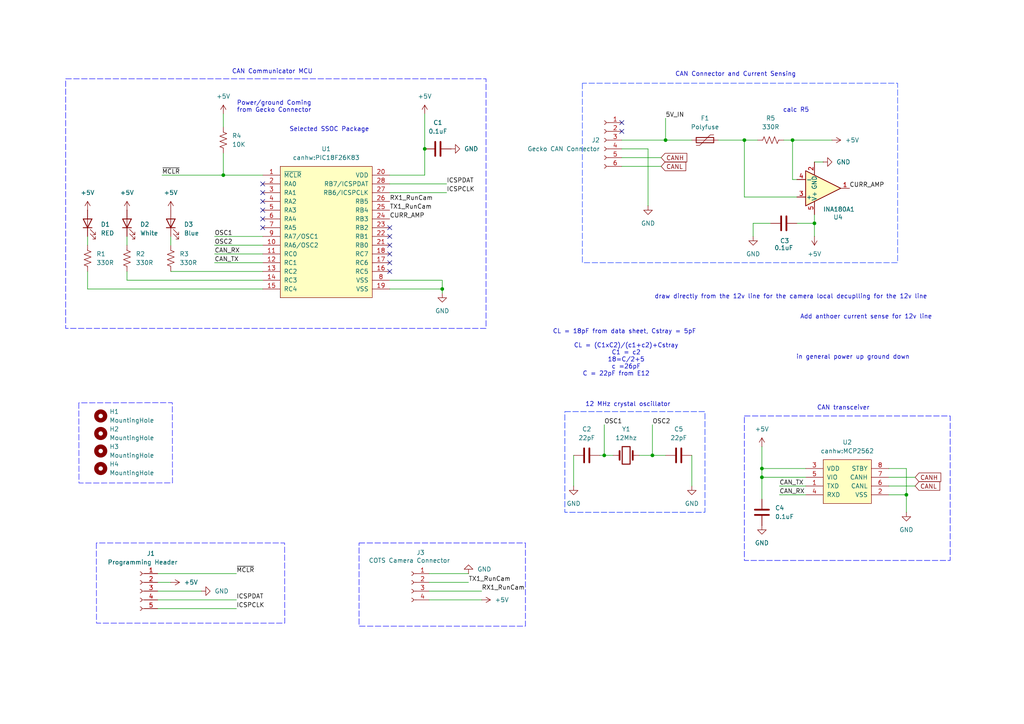
<source format=kicad_sch>
(kicad_sch (version 20250114) (generator "eeschema") (generator_version "9.0")
  (paper "A4")
  (lib_symbols
    (symbol "Amplifier_Current:INA180A1" (pin_names (offset 0.127))
      (property "Reference" "U" (at 3.81 3.81 0))
      (property "Value" "INA180A1" (at 3.81 -2.54 0))
      (symbol "INA180A1_0_1"
        (polyline (pts (xy 5.08 0) (xy -5.08 5.08) (xy -5.08 -5.08) (xy 5.08 0)) (stroke (width 0.254)) (fill (type background)))
      )
      (symbol "INA180A1_1_1"
        (pin input line (at -7.62 2.54 0) (length 2.54) (name "+") (number "3"))
        (pin input line (at -7.62 -2.54 0) (length 2.54) (name "-") (number "4"))
        (pin power_in line (at -2.54 7.62 270) (length 3.81) (name "V+") (number "5"))
        (pin power_in line (at -2.54 -7.62 90) (length 3.81) (name "GND") (number "2"))
        (pin output line (at 7.62 0 180) (length 2.54) (name "~") (number "1"))
      )
    )
    (symbol "Connector:Conn_01x06_Socket" (pin_names (offset 1.016) (hide yes))
      (property "Reference" "J" (at 0 7.62 0))
      (property "Value" "Conn_01x06_Socket" (at 0 -10.16 0))
      (symbol "Conn_01x06_Socket_1_1"
        (polyline (pts (xy -1.27 5.08) (xy -0.508 5.08)) (stroke (width 0.1524)))
        (polyline (pts (xy -1.27 2.54) (xy -0.508 2.54)) (stroke (width 0.1524)))
        (polyline (pts (xy -1.27 0) (xy -0.508 0)) (stroke (width 0.1524)))
        (polyline (pts (xy -1.27 -2.54) (xy -0.508 -2.54)) (stroke (width 0.1524)))
        (polyline (pts (xy -1.27 -5.08) (xy -0.508 -5.08)) (stroke (width 0.1524)))
        (polyline (pts (xy -1.27 -7.62) (xy -0.508 -7.62)) (stroke (width 0.1524)))
        (arc (start 0 4.572) (mid -0.5058 5.08) (end 0 5.588) (stroke (width 0.1524)))
        (arc (start 0 2.032) (mid -0.5058 2.54) (end 0 3.048) (stroke (width 0.1524)))
        (arc (start 0 -0.508) (mid -0.5058 0) (end 0 0.508) (stroke (width 0.1524)))
        (arc (start 0 -3.048) (mid -0.5058 -2.54) (end 0 -2.032) (stroke (width 0.1524)))
        (arc (start 0 -5.588) (mid -0.5058 -5.08) (end 0 -4.572) (stroke (width 0.1524)))
        (arc (start 0 -8.128) (mid -0.5058 -7.62) (end 0 -7.112) (stroke (width 0.1524)))
        (pin passive line (at -5.08 5.08 0) (length 3.81) (name "Pin_1") (number "1"))
        (pin passive line (at -5.08 2.54 0) (length 3.81) (name "Pin_2") (number "2"))
        (pin passive line (at -5.08 0 0) (length 3.81) (name "Pin_3") (number "3"))
        (pin passive line (at -5.08 -2.54 0) (length 3.81) (name "Pin_4") (number "4"))
        (pin passive line (at -5.08 -5.08 0) (length 3.81) (name "Pin_5") (number "5"))
        (pin passive line (at -5.08 -7.62 0) (length 3.81) (name "Pin_6") (number "6"))
      )
    )
    (symbol "Device:C" (pin_numbers (hide yes)) (pin_names (offset 0.254))
      (property "Reference" "C" (at 0.635 2.54 0))
      (property "Value" "C" (at 0.635 -2.54 0))
      (symbol "C_0_1"
        (polyline (pts (xy -2.032 0.762) (xy 2.032 0.762)) (stroke (width 0.508)))
        (polyline (pts (xy -2.032 -0.762) (xy 2.032 -0.762)) (stroke (width 0.508)))
      )
      (symbol "C_1_1"
        (pin passive line (at 0 3.81 270) (length 2.794) (name "~") (number "1"))
        (pin passive line (at 0 -3.81 90) (length 2.794) (name "~") (number "2"))
      )
    )
    (symbol "Device:LED" (pin_numbers (hide yes)) (pin_names (offset 1.016) (hide yes))
      (property "Reference" "D" (at 0 2.54 0))
      (property "Value" "LED" (at 0 -2.54 0))
      (symbol "LED_0_1"
        (polyline (pts (xy -3.048 -0.762) (xy -4.572 -2.286) (xy -3.81 -2.286) (xy -4.572 -2.286) (xy -4.572 -1.524)))
        (polyline (pts (xy -1.778 -0.762) (xy -3.302 -2.286) (xy -2.54 -2.286) (xy -3.302 -2.286) (xy -3.302 -1.524)))
        (polyline (pts (xy -1.27 0) (xy 1.27 0)))
        (polyline (pts (xy -1.27 -1.27) (xy -1.27 1.27)) (stroke (width 0.254)))
        (polyline (pts (xy 1.27 -1.27) (xy 1.27 1.27) (xy -1.27 0) (xy 1.27 -1.27)) (stroke (width 0.254)))
      )
      (symbol "LED_1_1"
        (pin passive line (at -3.81 0 0) (length 2.54) (name "K") (number "1"))
        (pin passive line (at 3.81 0 180) (length 2.54) (name "A") (number "2"))
      )
    )
    (symbol "Device:Polyfuse" (pin_numbers (hide yes)) (pin_names (offset 0))
      (property "Reference" "F" (at -2.54 0 90))
      (property "Value" "Polyfuse" (at 2.54 0 90))
      (symbol "Polyfuse_0_1"
        (polyline (pts (xy -1.524 2.54) (xy -1.524 1.524) (xy 1.524 -1.524) (xy 1.524 -2.54)))
        (rectangle (start -0.762 2.54) (end 0.762 -2.54) (stroke (width 0.254)))
        (polyline (pts (xy 0 2.54) (xy 0 -2.54)))
      )
      (symbol "Polyfuse_1_1"
        (pin passive line (at 0 3.81 270) (length 1.27) (name "~") (number "1"))
        (pin passive line (at 0 -3.81 90) (length 1.27) (name "~") (number "2"))
      )
    )
    (symbol "Device:R_US" (pin_numbers (hide yes)) (pin_names (offset 0))
      (property "Reference" "R" (at 2.54 0 90))
      (property "Value" "R_US" (at -2.54 0 90))
      (symbol "R_US_0_1"
        (polyline (pts (xy 0 2.286) (xy 0 2.54)))
        (polyline (pts (xy 0 2.286) (xy 1.016 1.905) (xy 0 1.524) (xy -1.016 1.143) (xy 0 0.762)))
        (polyline (pts (xy 0 0.762) (xy 1.016 0.381) (xy 0 0) (xy -1.016 -0.381) (xy 0 -0.762)))
        (polyline (pts (xy 0 -0.762) (xy 1.016 -1.143) (xy 0 -1.524) (xy -1.016 -1.905) (xy 0 -2.286)))
        (polyline (pts (xy 0 -2.286) (xy 0 -2.54)))
      )
      (symbol "R_US_1_1"
        (pin passive line (at 0 3.81 270) (length 1.27) (name "~") (number "1"))
        (pin passive line (at 0 -3.81 90) (length 1.27) (name "~") (number "2"))
      )
    )
    (symbol "Mechanical:MountingHole" (pin_names (offset 1.016)) (in_bom no)
      (property "Reference" "H" (at 0 5.08 0))
      (property "Value" "MountingHole" (at 0 3.175 0))
      (symbol "MountingHole_0_1"
        (circle (center 0 0) (radius 1.27) (stroke (width 1.27)))
      )
    )
    (symbol "picdev-rescue:Conn_01x04_Female-Connector" (pin_names (offset 1.016) (hide yes))
      (property "Reference" "J" (at 0 5.08 0))
      (property "Value" "Connector:Conn_01x04_Female" (at 0 -7.62 0))
      (symbol "Conn_01x04_Female-Connector_1_1"
        (polyline (pts (xy -1.27 2.54) (xy -0.508 2.54)) (stroke (width 0.1524)))
        (polyline (pts (xy -1.27 0) (xy -0.508 0)) (stroke (width 0.1524)))
        (polyline (pts (xy -1.27 -2.54) (xy -0.508 -2.54)) (stroke (width 0.1524)))
        (polyline (pts (xy -1.27 -5.08) (xy -0.508 -5.08)) (stroke (width 0.1524)))
        (arc (start 0 2.032) (mid -0.508 2.54) (end 0 3.048) (stroke (width 0.1524)))
        (arc (start 0 -0.508) (mid -0.508 0) (end 0 0.508) (stroke (width 0.1524)))
        (arc (start 0 -3.048) (mid -0.508 -2.54) (end 0 -2.032) (stroke (width 0.1524)))
        (arc (start 0 -5.588) (mid -0.508 -5.08) (end 0 -4.572) (stroke (width 0.1524)))
        (pin passive line (at -5.08 2.54 0) (length 3.81) (name "Pin_1") (number "1"))
        (pin passive line (at -5.08 0 0) (length 3.81) (name "Pin_2") (number "2"))
        (pin passive line (at -5.08 -2.54 0) (length 3.81) (name "Pin_3") (number "3"))
        (pin passive line (at -5.08 -5.08 0) (length 3.81) (name "Pin_4") (number "4"))
      )
    )
    (symbol "picdev-rescue:Conn_01x05_Female-Connector" (pin_names (offset 1.016) (hide yes))
      (property "Reference" "J" (at 0 7.62 0))
      (property "Value" "Connector:Conn_01x05_Female" (at 0 -7.62 0))
      (symbol "Conn_01x05_Female-Connector_1_1"
        (polyline (pts (xy -1.27 5.08) (xy -0.508 5.08)) (stroke (width 0.1524)))
        (polyline (pts (xy -1.27 2.54) (xy -0.508 2.54)) (stroke (width 0.1524)))
        (polyline (pts (xy -1.27 0) (xy -0.508 0)) (stroke (width 0.1524)))
        (polyline (pts (xy -1.27 -2.54) (xy -0.508 -2.54)) (stroke (width 0.1524)))
        (polyline (pts (xy -1.27 -5.08) (xy -0.508 -5.08)) (stroke (width 0.1524)))
        (arc (start 0 4.572) (mid -0.508 5.08) (end 0 5.588) (stroke (width 0.1524)))
        (arc (start 0 2.032) (mid -0.508 2.54) (end 0 3.048) (stroke (width 0.1524)))
        (arc (start 0 -0.508) (mid -0.508 0) (end 0 0.508) (stroke (width 0.1524)))
        (arc (start 0 -3.048) (mid -0.508 -2.54) (end 0 -2.032) (stroke (width 0.1524)))
        (arc (start 0 -5.588) (mid -0.508 -5.08) (end 0 -4.572) (stroke (width 0.1524)))
        (pin passive line (at -5.08 5.08 0) (length 3.81) (name "Pin_1") (number "1"))
        (pin passive line (at -5.08 2.54 0) (length 3.81) (name "Pin_2") (number "2"))
        (pin passive line (at -5.08 0 0) (length 3.81) (name "Pin_3") (number "3"))
        (pin passive line (at -5.08 -2.54 0) (length 3.81) (name "Pin_4") (number "4"))
        (pin passive line (at -5.08 -5.08 0) (length 3.81) (name "Pin_5") (number "5"))
      )
    )
    (symbol "picdev-rescue:Crystal-device" (pin_numbers (hide yes)) (pin_names (offset 1.016) (hide yes))
      (property "Reference" "Y" (at 0 3.81 0))
      (property "Value" "device:Crystal" (at 0 -3.81 0))
      (symbol "Crystal-device_0_1"
        (polyline (pts (xy -2.54 0) (xy -1.905 0)))
        (polyline (pts (xy -1.905 -1.27) (xy -1.905 1.27)) (stroke (width 0.508)))
        (rectangle (start -1.143 2.54) (end 1.143 -2.54) (stroke (width 0.3048)))
        (polyline (pts (xy 1.905 -1.27) (xy 1.905 1.27)) (stroke (width 0.508)))
        (polyline (pts (xy 2.54 0) (xy 1.905 0)))
      )
      (symbol "Crystal-device_1_1"
        (pin passive line (at -3.81 0 0) (length 1.27) (name "1") (number "1"))
        (pin passive line (at 3.81 0 180) (length 1.27) (name "2") (number "2"))
      )
    )
    (symbol "picdev-rescue:MCP2562-canhw" (pin_names (offset 1.016))
      (property "Reference" "U" (at 5.08 3.81 0))
      (property "Value" "canhw:MCP2562" (at -3.81 3.81 0))
      (symbol "MCP2562-canhw_0_1"
        (rectangle (start -7.62 2.54) (end 6.35 -10.16) (fill (type background)))
      )
      (symbol "MCP2562-canhw_1_1"
        (pin power_in line (at -12.7 0 0) (length 5.08) (name "VDD") (number "3"))
        (pin bidirectional line (at -12.7 -2.54 0) (length 5.08) (name "VIO") (number "5"))
        (pin bidirectional line (at -12.7 -5.08 0) (length 5.08) (name "TXD") (number "1"))
        (pin bidirectional line (at -12.7 -7.62 0) (length 5.08) (name "RXD") (number "4"))
        (pin bidirectional line (at 11.43 0 180) (length 5.08) (name "STBY") (number "8"))
        (pin bidirectional line (at 11.43 -2.54 180) (length 5.08) (name "CANH") (number "7"))
        (pin bidirectional line (at 11.43 -5.08 180) (length 5.08) (name "CANL") (number "6"))
        (pin power_in line (at 11.43 -7.62 180) (length 5.08) (name "VSS") (number "2"))
      )
    )
    (symbol "picdev-rescue:PIC18F26K83-canhw" (pin_names (offset 1.016))
      (property "Reference" "U" (at 11.43 20.32 0))
      (property "Value" "canhw:PIC18F26K83" (at -7.62 20.32 0))
      (symbol "PIC18F26K83-canhw_0_1"
        (rectangle (start -13.97 19.05) (end 12.7 -19.05) (fill (type background)))
      )
      (symbol "PIC18F26K83-canhw_1_1"
        (pin input line (at -19.05 16.51 0) (length 5.08) (name "~{MCLR}") (number "1"))
        (pin bidirectional line (at -19.05 13.97 0) (length 5.08) (name "RA0") (number "2"))
        (pin bidirectional line (at -19.05 11.43 0) (length 5.08) (name "RA1") (number "3"))
        (pin bidirectional line (at -19.05 8.89 0) (length 5.08) (name "RA2") (number "4"))
        (pin bidirectional line (at -19.05 6.35 0) (length 5.08) (name "RA3") (number "5"))
        (pin bidirectional line (at -19.05 3.81 0) (length 5.08) (name "RA4") (number "6"))
        (pin bidirectional line (at -19.05 1.27 0) (length 5.08) (name "RA5") (number "7"))
        (pin bidirectional line (at -19.05 -1.27 0) (length 5.08) (name "RA7/OSC1") (number "9"))
        (pin bidirectional line (at -19.05 -3.81 0) (length 5.08) (name "RA6/OSC2") (number "10"))
        (pin bidirectional line (at -19.05 -6.35 0) (length 5.08) (name "RC0") (number "11"))
        (pin bidirectional line (at -19.05 -8.89 0) (length 5.08) (name "RC1") (number "12"))
        (pin bidirectional line (at -19.05 -11.43 0) (length 5.08) (name "RC2") (number "13"))
        (pin bidirectional line (at -19.05 -13.97 0) (length 5.08) (name "RC3") (number "14"))
        (pin bidirectional line (at -19.05 -16.51 0) (length 5.08) (name "RC4") (number "15"))
        (pin power_in line (at 17.78 16.51 180) (length 5.08) (name "VDD") (number "20"))
        (pin bidirectional line (at 17.78 13.97 180) (length 5.08) (name "RB7/ICSPDAT") (number "28"))
        (pin bidirectional line (at 17.78 11.43 180) (length 5.08) (name "RB6/ICSPCLK") (number "27"))
        (pin bidirectional line (at 17.78 8.89 180) (length 5.08) (name "RB5") (number "26"))
        (pin bidirectional line (at 17.78 6.35 180) (length 5.08) (name "RB4") (number "25"))
        (pin bidirectional line (at 17.78 3.81 180) (length 5.08) (name "RB3") (number "24"))
        (pin bidirectional line (at 17.78 1.27 180) (length 5.08) (name "RB2") (number "23"))
        (pin bidirectional line (at 17.78 -1.27 180) (length 5.08) (name "RB1") (number "22"))
        (pin bidirectional line (at 17.78 -3.81 180) (length 5.08) (name "RB0") (number "21"))
        (pin bidirectional line (at 17.78 -6.35 180) (length 5.08) (name "RC7") (number "18"))
        (pin bidirectional line (at 17.78 -8.89 180) (length 5.08) (name "RC6") (number "17"))
        (pin bidirectional line (at 17.78 -11.43 180) (length 5.08) (name "RC5") (number "16"))
        (pin power_in line (at 17.78 -13.97 180) (length 5.08) (name "VSS") (number "8"))
        (pin power_in line (at 17.78 -16.51 180) (length 5.08) (name "VSS") (number "19"))
      )
    )
    (symbol "power:+5V" (power) (pin_numbers (hide yes)) (pin_names (offset 0) (hide yes))
      (property "Value" "+5V" (at 0 3.556 0))
      (symbol "+5V_0_1"
        (polyline (pts (xy -0.762 1.27) (xy 0 2.54)))
        (polyline (pts (xy 0 2.54) (xy 0.762 1.27)))
        (polyline (pts (xy 0 0) (xy 0 2.54)))
      )
      (symbol "+5V_1_1"
        (pin power_in line (at 0 0 90) (length 0) (name "~") (number "1"))
      )
    )
    (symbol "power:GND" (power) (pin_numbers (hide yes)) (pin_names (offset 0) (hide yes))
      (property "Value" "GND" (at 0 -3.81 0))
      (symbol "GND_0_1"
        (polyline (pts (xy 0 0) (xy 0 -1.27) (xy 1.27 -1.27) (xy 0 -2.54) (xy -1.27 -1.27) (xy 0 -1.27)))
      )
      (symbol "GND_1_1"
        (pin power_in line (at 0 0 270) (length 0) (name "~") (number "1"))
      )
    )
  )
  (text "Power/ground Coming\nfrom Gecko Connector" (at 79.502 30.988 0) (effects (font (size 1.27 1.27))))
  (text "draw directly from the 12v line for the camera local decuplling for the 12v line " (at 229.87 86.106 0) (effects (font (size 1.27 1.27))))
  (text "CAN Connector and Current Sensing" (at 213.36 21.59 0) (effects (font (size 1.27 1.27))))
  (text "CAN Communicator MCU" (at 78.994 20.828 0) (effects (font (size 1.27 1.27))))
  (text "calc R5" (at 230.886 32.004 0) (effects (font (size 1.27 1.27))))
  (text "Add anthoer current sense for 12v line" (at 251.206 91.948 0) (effects (font (size 1.27 1.27))))
  (text "Selected SSOC Package" (at 95.504 37.592 0) (effects (font (size 1.27 1.27))))
  (text "12 MHz crystal oscillator" (at 182.118 117.348 0) (effects (font (size 1.27 1.27))))
  (text "CL = 18pF from data sheet, Cstray = 5pF \n\nCL = (C1xC2)/(c1+c2)+Cstray\nC1 = c2\n18=C​/2+5\nc =26pF\nC = 22pF from E12​	" (at 181.61 102.362 0) (effects (font (size 1.27 1.27))))
  (text "in general power up ground down" (at 247.396 103.632 0) (effects (font (size 1.27 1.27))))
  (text "CAN transceiver\n" (at 244.602 118.364 0) (effects (font (size 1.27 1.27))))
  (junction (at 220.98 138.43))
  (junction (at 193.04 40.64))
  (junction (at 262.89 143.51))
  (junction (at 229.87 40.64))
  (junction (at 215.9 40.64))
  (junction (at 64.77 50.8))
  (junction (at 236.22 64.77))
  (junction (at 189.23 132.08))
  (junction (at 123.19 43.18))
  (junction (at 220.98 135.89))
  (junction (at 175.26 132.08))
  (junction (at 128.27 83.82))
  (no_connect (at 76.2 66.04))
  (no_connect (at 76.2 55.88))
  (no_connect (at 180.34 38.1))
  (no_connect (at 113.03 68.58))
  (no_connect (at 76.2 58.42))
  (no_connect (at 113.03 73.66))
  (no_connect (at 113.03 66.04))
  (no_connect (at 76.2 63.5))
  (no_connect (at 76.2 60.96))
  (no_connect (at 76.2 53.34))
  (no_connect (at 180.34 35.56))
  (no_connect (at 113.03 76.2))
  (no_connect (at 113.03 78.74))
  (no_connect (at 113.03 71.12))
  (wire (pts (xy 180.34 40.64) (xy 193.04 40.64)))
  (wire (pts (xy 236.22 64.77) (xy 231.14 64.77)))
  (wire (pts (xy 257.81 140.97) (xy 265.43 140.97)))
  (wire (pts (xy 173.99 132.08) (xy 175.26 132.08)))
  (wire (pts (xy 218.44 64.77) (xy 218.44 68.58)))
  (wire (pts (xy 220.98 138.43) (xy 220.98 144.78)))
  (wire (pts (xy 113.03 50.8) (xy 123.19 50.8)))
  (wire (pts (xy 68.58 176.53) (xy 45.72 176.53)))
  (wire (pts (xy 220.98 129.54) (xy 220.98 135.89)))
  (wire (pts (xy 25.4 68.58) (xy 25.4 71.12)))
  (wire (pts (xy 36.83 68.58) (xy 36.83 71.12)))
  (wire (pts (xy 236.22 62.23) (xy 236.22 64.77)))
  (wire (pts (xy 226.06 140.97) (xy 233.68 140.97)))
  (wire (pts (xy 62.23 76.2) (xy 76.2 76.2)))
  (wire (pts (xy 46.99 50.8) (xy 64.77 50.8)))
  (wire (pts (xy 262.89 143.51) (xy 257.81 143.51)))
  (wire (pts (xy 180.34 45.72) (xy 191.77 45.72)))
  (wire (pts (xy 175.26 132.08) (xy 177.8 132.08)))
  (wire (pts (xy 229.87 40.64) (xy 229.87 52.07)))
  (wire (pts (xy 189.23 132.08) (xy 193.04 132.08)))
  (wire (pts (xy 128.27 81.28) (xy 128.27 83.82)))
  (wire (pts (xy 257.81 138.43) (xy 265.43 138.43)))
  (wire (pts (xy 229.87 52.07) (xy 231.14 52.07)))
  (wire (pts (xy 215.9 40.64) (xy 219.71 40.64)))
  (wire (pts (xy 124.46 168.91) (xy 135.89 168.91)))
  (wire (pts (xy 238.76 46.99) (xy 236.22 46.99)))
  (wire (pts (xy 64.77 36.83) (xy 64.77 33.02)))
  (wire (pts (xy 257.81 135.89) (xy 262.89 135.89)))
  (wire (pts (xy 124.46 171.45) (xy 139.7 171.45)))
  (wire (pts (xy 36.83 78.74) (xy 36.83 81.28)))
  (wire (pts (xy 226.06 143.51) (xy 233.68 143.51)))
  (wire (pts (xy 49.53 78.74) (xy 76.2 78.74)))
  (wire (pts (xy 123.19 33.02) (xy 123.19 43.18)))
  (wire (pts (xy 185.42 132.08) (xy 189.23 132.08)))
  (wire (pts (xy 180.34 43.18) (xy 187.96 43.18)))
  (wire (pts (xy 220.98 135.89) (xy 233.68 135.89)))
  (wire (pts (xy 49.53 68.58) (xy 49.53 71.12)))
  (wire (pts (xy 62.23 68.58) (xy 76.2 68.58)))
  (wire (pts (xy 227.33 40.64) (xy 229.87 40.64)))
  (wire (pts (xy 180.34 48.26) (xy 191.77 48.26)))
  (wire (pts (xy 124.46 166.37) (xy 135.89 166.37)))
  (wire (pts (xy 187.96 43.18) (xy 187.96 59.69)))
  (wire (pts (xy 113.03 81.28) (xy 128.27 81.28)))
  (wire (pts (xy 208.28 40.64) (xy 215.9 40.64)))
  (wire (pts (xy 223.52 64.77) (xy 218.44 64.77)))
  (wire (pts (xy 220.98 135.89) (xy 220.98 138.43)))
  (wire (pts (xy 45.72 168.91) (xy 49.53 168.91)))
  (wire (pts (xy 45.72 171.45) (xy 58.42 171.45)))
  (wire (pts (xy 128.27 83.82) (xy 128.27 85.09)))
  (wire (pts (xy 262.89 135.89) (xy 262.89 143.51)))
  (wire (pts (xy 113.03 53.34) (xy 129.54 53.34)))
  (wire (pts (xy 215.9 40.64) (xy 215.9 57.15)))
  (wire (pts (xy 200.66 132.08) (xy 200.66 140.97)))
  (wire (pts (xy 45.72 166.37) (xy 68.58 166.37)))
  (wire (pts (xy 64.77 50.8) (xy 76.2 50.8)))
  (wire (pts (xy 236.22 64.77) (xy 236.22 68.58)))
  (wire (pts (xy 123.19 43.18) (xy 123.19 50.8)))
  (wire (pts (xy 62.23 73.66) (xy 76.2 73.66)))
  (wire (pts (xy 62.23 71.12) (xy 76.2 71.12)))
  (wire (pts (xy 124.46 173.99) (xy 139.7 173.99)))
  (wire (pts (xy 193.04 40.64) (xy 200.66 40.64)))
  (wire (pts (xy 262.89 143.51) (xy 262.89 148.59)))
  (wire (pts (xy 175.26 123.19) (xy 175.26 132.08)))
  (wire (pts (xy 113.03 83.82) (xy 128.27 83.82)))
  (wire (pts (xy 25.4 78.74) (xy 25.4 83.82)))
  (wire (pts (xy 220.98 138.43) (xy 233.68 138.43)))
  (wire (pts (xy 229.87 40.64) (xy 241.3 40.64)))
  (wire (pts (xy 215.9 57.15) (xy 231.14 57.15)))
  (wire (pts (xy 36.83 81.28) (xy 76.2 81.28)))
  (wire (pts (xy 189.23 123.19) (xy 189.23 132.08)))
  (wire (pts (xy 193.04 34.29) (xy 193.04 40.64)))
  (wire (pts (xy 113.03 55.88) (xy 129.54 55.88)))
  (wire (pts (xy 45.72 173.99) (xy 68.58 173.99)))
  (wire (pts (xy 166.37 132.08) (xy 166.37 140.97)))
  (wire (pts (xy 25.4 83.82) (xy 76.2 83.82)))
  (wire (pts (xy 64.77 44.45) (xy 64.77 50.8)))
  (label "RX1_RunCam" (at 139.7 171.45 0))
  (label "OSC1" (at 62.23 68.58 0))
  (label "OSC2" (at 189.23 123.19 0))
  (label "5V_IN" (at 193.04 34.29 0))
  (label "OSC1" (at 175.26 123.19 0))
  (label "ICSPCLK" (at 129.54 55.88 0))
  (label "CAN_RX" (at 62.23 73.66 0))
  (label "~{MCLR}" (at 46.99 50.8 0))
  (label "CAN_TX" (at 62.23 76.2 0))
  (label "ICSPDAT" (at 68.58 173.99 0))
  (label "CURR_AMP" (at 246.38 54.61 0))
  (label "TX1_RunCam" (at 113.03 60.96 0))
  (label "TX1_RunCam" (at 135.89 168.91 0))
  (label "~{MCLR}" (at 68.58 166.37 0))
  (label "RX1_RunCam" (at 113.03 58.42 0))
  (label "CAN_RX" (at 226.06 143.51 0))
  (label "CURR_AMP" (at 113.03 63.5 0))
  (label "OSC2" (at 62.23 71.12 0))
  (label "CAN_TX" (at 226.06 140.97 0))
  (label "ICSPCLK" (at 68.58 176.53 0))
  (label "ICSPDAT" (at 129.54 53.34 0))
  (global_label "CANH" (shape input) (at 265.43 138.43 0) (property "Intersheetrefs" "${INTERSHEET_REFS}" (effects (hide yes))))
  (global_label "CANH" (shape input) (at 191.77 45.72 0) (property "Intersheetrefs" "${INTERSHEET_REFS}" (effects (hide yes))))
  (global_label "CANL" (shape input) (at 265.43 140.97 0) (property "Intersheetrefs" "${INTERSHEET_REFS}" (effects (hide yes))))
  (global_label "CANL" (shape input) (at 191.77 48.26 0) (property "Intersheetrefs" "${INTERSHEET_REFS}" (effects (hide yes))))
  (rule_area (polyline (pts (xy 168.91 24.13) (xy 168.91 76.2) (xy 260.35 76.2) (xy 260.35 24.13)) (stroke (width 0) (type dash) (color 27 62 255 1))))
  (rule_area (polyline (pts (xy 22.86 116.84) (xy 22.9062 140.0956) (xy 50.0281 140.0607) (xy 49.9819 118.0751) (xy 49.971 116.8021)) (stroke (width 0) (type dash) (color 27 21 255 1))))
  (rule_area (polyline (pts (xy 27.94 157.48) (xy 27.9862 180.7356) (xy 82.5962 180.7356) (xy 82.55 158.75) (xy 82.55 157.48)) (stroke (width 0) (type dash) (color 27 21 255 1))))
  (rule_area (polyline (pts (xy 163.83 119.38) (xy 204.47 119.38) (xy 204.47 148.59) (xy 163.83 148.59)) (stroke (width 0) (type dash) (color 2 38 255 1))))
  (rule_area (polyline (pts (xy 104.14 157.48) (xy 152.4 157.48) (xy 152.4 181.61) (xy 104.14 181.61)) (stroke (width 0) (type dash) (color 8 4 255 1))))
  (rule_area (polyline (pts (xy 215.9 120.65) (xy 275.59 120.65) (xy 275.59 162.56) (xy 215.9 162.56)) (stroke (width 0) (type dash) (color 0 2 255 1))))
  (rule_area (polyline (pts (xy 19.05 22.86) (xy 140.97 22.86) (xy 140.97 95.25) (xy 19.05 95.25)) (stroke (width 0) (type dash) (color 10 6 255 1))))
  (symbol (lib_id "picdev-rescue:Conn_01x04_Female-Connector") (at 119.38 168.91 0) (mirror y) (unit 1)
    (property "Reference" "J3" (at 123.19 160.274 0) (effects (justify left)))
    (property "Value" "COTS Camera Connector" (at 130.556 162.56 0) (effects (justify left)))
    (property "Footprint" "Connector_JST:JST_GH_BM04B-GHS-TBT_1x04-1MP_P1.25mm_Vertical" (effects (hide yes)))
  )
  (symbol (lib_id "power:+5V") (at 49.53 60.96 0) (unit 1)
    (property "Reference" "#PWR04" (effects (hide yes)))
    (property "Value" "+5V" (at 49.53 55.88 0))
    (property "Description" "Power symbol creates a global label with name \"+5V\"" (effects (hide yes)))
  )
  (symbol (lib_id "picdev-rescue:Crystal-device") (at 181.61 132.08 0) (unit 1)
    (property "Reference" "Y1" (at 181.61 124.46 0))
    (property "Value" "12Mhz" (at 181.61 127 0))
    (property "Footprint" "Crystal:Crystal_SMD_3215-2Pin_3.2x1.5mm" (effects (hide yes)))
  )
  (symbol (lib_id "Device:LED") (at 25.4 64.77 90) (unit 1)
    (property "Reference" "D1" (at 29.21 65.0874 90) (effects (justify right)))
    (property "Value" "RED" (at 29.21 67.6274 90) (effects (justify right)))
    (property "Footprint" "LED_SMD:LED_1206_3216Metric_Pad1.42x1.75mm_HandSolder" (effects (hide yes)))
    (property "Description" "Light emitting diode" (effects (hide yes)))
    (property "Sim.Pins" "1=K 2=A" (effects (hide yes)))
  )
  (symbol (lib_id "power:+5V") (at 220.98 129.54 0) (unit 1)
    (property "Reference" "#PWR08" (effects (hide yes)))
    (property "Value" "+5V" (at 220.98 124.46 0))
    (property "Description" "Power symbol creates a global label with name \"+5V\"" (effects (hide yes)))
  )
  (symbol (lib_id "power:GND") (at 262.89 148.59 0) (unit 1)
    (property "Reference" "#PWR010" (effects (hide yes)))
    (property "Value" "GND" (at 262.89 153.67 0))
    (property "Description" "Power symbol creates a global label with name \"GND\" , ground" (effects (hide yes)))
  )
  (symbol (lib_id "power:+5V") (at 36.83 60.96 0) (unit 1)
    (property "Reference" "#PWR03" (effects (hide yes)))
    (property "Value" "+5V" (at 36.83 55.88 0))
    (property "Description" "Power symbol creates a global label with name \"+5V\"" (effects (hide yes)))
  )
  (symbol (lib_id "power:GND") (at 128.27 85.09 0) (unit 1)
    (property "Reference" "#PWR06" (effects (hide yes)))
    (property "Value" "GND" (at 128.27 90.17 0))
    (property "Description" "Power symbol creates a global label with name \"GND\" , ground" (effects (hide yes)))
  )
  (symbol (lib_id "Mechanical:MountingHole") (at 29.21 125.73 0) (unit 1) (in_bom no)
    (property "Reference" "H2" (at 31.75 124.4599 0) (effects (justify left)))
    (property "Value" "MountingHole" (at 31.75 126.9999 0) (effects (justify left)))
    (property "Footprint" "MountingHole:MountingHole_2.2mm_M2" (effects (hide yes)))
    (property "Description" "Mounting Hole without connection" (effects (hide yes)))
  )
  (symbol (lib_id "Device:R_US") (at 25.4 74.93 0) (unit 1)
    (property "Reference" "R1" (at 27.94 73.6599 0) (effects (justify left)))
    (property "Value" "330R" (at 27.94 76.1999 0) (effects (justify left)))
    (property "Footprint" "Resistor_SMD:R_0805_2012Metric_Pad1.20x1.40mm_HandSolder" (effects (hide yes)))
    (property "Description" "Resistor, US symbol" (effects (hide yes)))
  )
  (symbol (lib_id "picdev-rescue:MCP2562-canhw") (at 246.38 135.89 0) (unit 1)
    (property "Reference" "U2" (at 245.745 128.27 0))
    (property "Value" "canhw:MCP2562" (at 245.745 130.81 0))
    (property "Footprint" "Package_SO:SOIC-8_3.9x4.9mm_P1.27mm" (effects (hide yes)))
  )
  (symbol (lib_id "Device:R_US") (at 49.53 74.93 0) (unit 1)
    (property "Reference" "R3" (at 52.07 73.6599 0) (effects (justify left)))
    (property "Value" "330R" (at 52.07 76.1999 0) (effects (justify left)))
    (property "Footprint" "Resistor_SMD:R_0805_2012Metric_Pad1.20x1.40mm_HandSolder" (effects (hide yes)))
    (property "Description" "Resistor, US symbol" (effects (hide yes)))
  )
  (symbol (lib_id "power:+5V") (at 49.53 168.91 270) (unit 1)
    (property "Reference" "#PWR012" (effects (hide yes)))
    (property "Value" "+5V" (at 53.34 168.9099 90) (effects (justify left)))
    (property "Description" "Power symbol creates a global label with name \"+5V\"" (effects (hide yes)))
  )
  (symbol (lib_id "Device:LED") (at 49.53 64.77 90) (unit 1)
    (property "Reference" "D3" (at 53.34 65.0874 90) (effects (justify right)))
    (property "Value" "Blue" (at 53.34 67.6274 90) (effects (justify right)))
    (property "Footprint" "LED_SMD:LED_1206_3216Metric_Pad1.42x1.75mm_HandSolder" (effects (hide yes)))
    (property "Description" "Light emitting diode" (effects (hide yes)))
    (property "Sim.Pins" "1=K 2=A" (effects (hide yes)))
  )
  (symbol (lib_id "power:GND") (at 130.81 43.18 90) (unit 1)
    (property "Reference" "#PWR09" (effects (hide yes)))
    (property "Value" "GND" (at 134.62 43.1799 90) (effects (justify right)))
    (property "Description" "Power symbol creates a global label with name \"GND\" , ground" (effects (hide yes)))
  )
  (symbol (lib_id "picdev-rescue:PIC18F26K83-canhw") (at 95.25 67.31 0) (unit 1)
    (property "Reference" "U1" (at 94.615 43.18 0))
    (property "Value" "canhw:PIC18F26K83" (at 94.615 45.72 0))
    (property "Footprint" "Package_SO:SSOP-28_5.3x10.2mm_P0.65mm" (effects (hide yes)))
  )
  (symbol (lib_id "power:+5V") (at 241.3 40.64 270) (unit 1)
    (property "Reference" "#PWR014" (effects (hide yes)))
    (property "Value" "+5V" (at 245.11 40.6399 90) (effects (justify left)))
    (property "Description" "Power symbol creates a global label with name \"+5V\"" (effects (hide yes)))
  )
  (symbol (lib_id "power:+5V") (at 139.7 173.99 270) (unit 1)
    (property "Reference" "#PWR020" (effects (hide yes)))
    (property "Value" "+5V" (at 143.51 173.9899 90) (effects (justify left)))
    (property "Description" "Power symbol creates a global label with name \"+5V\"" (effects (hide yes)))
  )
  (symbol (lib_id "power:+5V") (at 25.4 60.96 0) (unit 1)
    (property "Reference" "#PWR02" (effects (hide yes)))
    (property "Value" "+5V" (at 25.4 55.88 0))
    (property "Description" "Power symbol creates a global label with name \"+5V\"" (effects (hide yes)))
  )
  (symbol (lib_id "picdev-rescue:Conn_01x05_Female-Connector") (at 40.64 171.45 0) (mirror y) (unit 1)
    (property "Reference" "J1" (at 44.958 160.528 0) (effects (justify left)))
    (property "Value" "Programming Header" (at 51.562 163.068 0) (effects (justify left)))
    (property "Footprint" "Connector_PinHeader_2.54mm:PinHeader_1x05_P2.54mm_Vertical" (effects (hide yes)))
  )
  (symbol (lib_id "Device:R_US") (at 223.52 40.64 270) (unit 1)
    (property "Reference" "R5" (at 223.52 34.29 90))
    (property "Value" "330R" (at 223.52 36.83 90))
    (property "Footprint" "Resistor_SMD:R_0805_2012Metric_Pad1.20x1.40mm_HandSolder" (effects (hide yes)))
    (property "Description" "Resistor, US symbol" (effects (hide yes)))
  )
  (symbol (lib_id "power:GND") (at 200.66 140.97 0) (unit 1)
    (property "Reference" "#PWR024" (effects (hide yes)))
    (property "Value" "GND" (at 200.66 146.05 0))
    (property "Description" "Power symbol creates a global label with name \"GND\" , ground" (effects (hide yes)))
  )
  (symbol (lib_id "Mechanical:MountingHole") (at 29.21 120.65 0) (unit 1) (in_bom no)
    (property "Reference" "H1" (at 31.75 119.3799 0) (effects (justify left)))
    (property "Value" "MountingHole" (at 31.75 121.9199 0) (effects (justify left)))
    (property "Footprint" "MountingHole:MountingHole_2.2mm_M2" (effects (hide yes)))
    (property "Description" "Mounting Hole without connection" (effects (hide yes)))
  )
  (symbol (lib_id "power:GND") (at 135.89 166.37 180) (unit 1)
    (property "Reference" "#PWR015" (effects (hide yes)))
    (property "Value" "GND" (at 138.43 165.0999 0) (effects (justify right)))
    (property "Description" "Power symbol creates a global label with name \"GND\" , ground" (effects (hide yes)))
  )
  (symbol (lib_id "Device:LED") (at 36.83 64.77 90) (unit 1)
    (property "Reference" "D2" (at 40.64 65.0874 90) (effects (justify right)))
    (property "Value" "White" (at 40.64 67.6274 90) (effects (justify right)))
    (property "Footprint" "LED_SMD:LED_1206_3216Metric_Pad1.42x1.75mm_HandSolder" (effects (hide yes)))
    (property "Description" "Light emitting diode" (effects (hide yes)))
    (property "Sim.Pins" "1=K 2=A" (effects (hide yes)))
  )
  (symbol (lib_id "power:+5V") (at 64.77 33.02 0) (unit 1)
    (property "Reference" "#PWR01" (effects (hide yes)))
    (property "Value" "+5V" (at 64.77 27.94 0))
    (property "Description" "Power symbol creates a global label with name \"+5V\"" (effects (hide yes)))
  )
  (symbol (lib_id "Device:R_US") (at 64.77 40.64 0) (unit 1)
    (property "Reference" "R4" (at 67.31 39.3699 0) (effects (justify left)))
    (property "Value" "10K" (at 67.31 41.9099 0) (effects (justify left)))
    (property "Footprint" "Resistor_SMD:R_0805_2012Metric_Pad1.20x1.40mm_HandSolder" (effects (hide yes)))
    (property "Description" "Resistor, US symbol" (effects (hide yes)))
  )
  (symbol (lib_id "Device:C") (at 196.85 132.08 270) (unit 1)
    (property "Reference" "C5" (at 196.85 124.46 90))
    (property "Value" "22pF" (at 196.85 127 90))
    (property "Footprint" "Capacitor_SMD:C_0805_2012Metric_Pad1.18x1.45mm_HandSolder" (effects (hide yes)))
    (property "Description" "Unpolarized capacitor" (effects (hide yes)))
  )
  (symbol (lib_id "Device:C") (at 227.33 64.77 270) (unit 1)
    (property "Reference" "C3" (at 227.584 69.85 90))
    (property "Value" "0.1uF" (at 227.33 71.882 90))
    (property "Footprint" "Capacitor_SMD:C_0805_2012Metric_Pad1.18x1.45mm_HandSolder" (effects (hide yes)))
    (property "Description" "Unpolarized capacitor" (effects (hide yes)))
  )
  (symbol (lib_id "Mechanical:MountingHole") (at 29.21 130.81 0) (unit 1) (in_bom no)
    (property "Reference" "H3" (at 31.75 129.5399 0) (effects (justify left)))
    (property "Value" "MountingHole" (at 31.75 132.0799 0) (effects (justify left)))
    (property "Footprint" "MountingHole:MountingHole_2.2mm_M2" (effects (hide yes)))
    (property "Description" "Mounting Hole without connection" (effects (hide yes)))
  )
  (symbol (lib_id "power:GND") (at 166.37 140.97 0) (unit 1)
    (property "Reference" "#PWR023" (effects (hide yes)))
    (property "Value" "GND" (at 166.37 146.05 0))
    (property "Description" "Power symbol creates a global label with name \"GND\" , ground" (effects (hide yes)))
  )
  (symbol (lib_id "power:GND") (at 187.96 59.69 0) (unit 1)
    (property "Reference" "#PWR016" (effects (hide yes)))
    (property "Value" "GND" (at 187.96 64.77 0))
    (property "Description" "Power symbol creates a global label with name \"GND\" , ground" (effects (hide yes)))
  )
  (symbol (lib_id "power:GND") (at 58.42 171.45 90) (unit 1)
    (property "Reference" "#PWR011" (effects (hide yes)))
    (property "Value" "GND" (at 62.23 171.4499 90) (effects (justify right)))
    (property "Description" "Power symbol creates a global label with name \"GND\" , ground" (effects (hide yes)))
  )
  (symbol (lib_id "Mechanical:MountingHole") (at 29.21 135.89 0) (unit 1) (in_bom no)
    (property "Reference" "H4" (at 31.75 134.6199 0) (effects (justify left)))
    (property "Value" "MountingHole" (at 31.75 137.1599 0) (effects (justify left)))
    (property "Footprint" "MountingHole:MountingHole_2.2mm_M2" (effects (hide yes)))
    (property "Description" "Mounting Hole without connection" (effects (hide yes)))
  )
  (symbol (lib_id "Device:Polyfuse") (at 204.47 40.64 270) (unit 1)
    (property "Reference" "F1" (at 204.47 34.29 90))
    (property "Value" "Polyfuse" (at 204.47 36.83 90))
    (property "Footprint" "Fuse:Fuse_1206_3216Metric_Pad1.42x1.75mm_HandSolder" (effects (hide yes)))
    (property "Description" "Resettable fuse, polymeric positive temperature coefficient" (effects (hide yes)))
  )
  (symbol (lib_id "Device:C") (at 170.18 132.08 270) (unit 1)
    (property "Reference" "C2" (at 170.18 124.46 90))
    (property "Value" "22pF" (at 170.18 127 90))
    (property "Footprint" "Capacitor_SMD:C_0805_2012Metric_Pad1.18x1.45mm_HandSolder" (effects (hide yes)))
    (property "Description" "Unpolarized capacitor" (effects (hide yes)))
  )
  (symbol (lib_id "power:GND") (at 220.98 152.4 0) (unit 1)
    (property "Reference" "#PWR07" (effects (hide yes)))
    (property "Value" "GND" (at 220.98 157.48 0))
    (property "Description" "Power symbol creates a global label with name \"GND\" , ground" (effects (hide yes)))
  )
  (symbol (lib_id "Amplifier_Current:INA180A1") (at 238.76 54.61 0) (mirror x) (unit 1)
    (property "Reference" "U4" (at 243.078 62.992 0))
    (property "Value" "INA180A1" (at 243.332 60.706 0))
    (property "Footprint" "Package_TO_SOT_SMD:SOT-23-5" (effects (hide yes)))
    (property "Datasheet" "http://www.ti.com/lit/ds/symlink/ina180.pdf" (effects (hide yes)))
    (property "Description" "Current Sense Amplifier, 1 Circuit, Rail-to-Rail, 26V, Gain 20 V/V, SOT-23-5" (effects (hide yes)))
  )
  (symbol (lib_id "power:GND") (at 238.76 46.99 90) (unit 1)
    (property "Reference" "#PWR018" (effects (hide yes)))
    (property "Value" "GND" (at 242.57 46.9899 90) (effects (justify right)))
    (property "Description" "Power symbol creates a global label with name \"GND\" , ground" (effects (hide yes)))
  )
  (symbol (lib_id "power:+5V") (at 123.19 33.02 0) (unit 1)
    (property "Reference" "#PWR05" (effects (hide yes)))
    (property "Value" "+5V" (at 123.19 27.94 0))
    (property "Description" "Power symbol creates a global label with name \"+5V\"" (effects (hide yes)))
  )
  (symbol (lib_id "power:GND") (at 218.44 68.58 0) (unit 1)
    (property "Reference" "#PWR019" (effects (hide yes)))
    (property "Value" "GND" (at 218.44 73.66 0))
    (property "Description" "Power symbol creates a global label with name \"GND\" , ground" (effects (hide yes)))
  )
  (symbol (lib_id "Device:R_US") (at 36.83 74.93 0) (unit 1)
    (property "Reference" "R2" (at 39.37 73.6599 0) (effects (justify left)))
    (property "Value" "330R" (at 39.37 76.1999 0) (effects (justify left)))
    (property "Footprint" "Resistor_SMD:R_0805_2012Metric_Pad1.20x1.40mm_HandSolder" (effects (hide yes)))
    (property "Description" "Resistor, US symbol" (effects (hide yes)))
  )
  (symbol (lib_id "Device:C") (at 127 43.18 270) (unit 1)
    (property "Reference" "C1" (at 127 35.56 90))
    (property "Value" "0.1uF" (at 127 38.1 90))
    (property "Footprint" "Capacitor_SMD:C_0805_2012Metric_Pad1.18x1.45mm_HandSolder" (effects (hide yes)))
    (property "Description" "Unpolarized capacitor" (effects (hide yes)))
  )
  (symbol (lib_id "power:+5V") (at 236.22 68.58 180) (unit 1)
    (property "Reference" "#PWR017" (effects (hide yes)))
    (property "Value" "+5V" (at 236.22 73.66 0))
    (property "Description" "Power symbol creates a global label with name \"+5V\"" (effects (hide yes)))
  )
  (symbol (lib_id "Device:C") (at 220.98 148.59 0) (unit 1)
    (property "Reference" "C4" (at 224.79 147.3199 0) (effects (justify left)))
    (property "Value" "0.1uF" (at 224.79 149.8599 0) (effects (justify left)))
    (property "Footprint" "Capacitor_SMD:C_0805_2012Metric_Pad1.18x1.45mm_HandSolder" (effects (hide yes)))
    (property "Description" "Unpolarized capacitor" (effects (hide yes)))
  )
  (symbol (lib_id "Connector:Conn_01x06_Socket") (at 175.26 40.64 0) (mirror y) (unit 1)
    (property "Reference" "J2" (at 173.99 40.6399 0) (effects (justify left)))
    (property "Value" "Gecko CAN Connector" (at 173.99 43.1799 0) (effects (justify left)))
    (property "Footprint" "canhw_footprints:connector_Harwin_G125–MG10605M4P" (effects (hide yes)))
    (property "Description" "Generic connector, single row, 01x06, script generated" (effects (hide yes)))
  )
)
</source>
